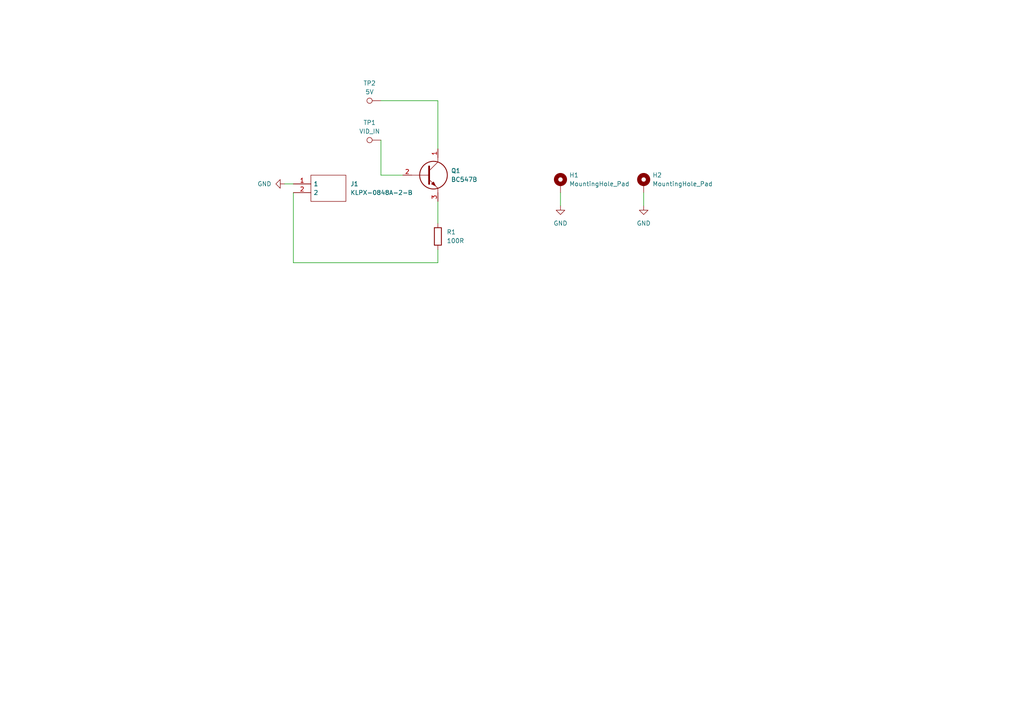
<source format=kicad_sch>
(kicad_sch (version 20230121) (generator eeschema)
  (paper "A4")
  (title_block (title "ZX Spectrum 48 Composite Mod") (date "2023-11-15") (rev "0"))
  (lib_symbols
    (symbol "Connector:TestPoint" (pin_numbers hide) (pin_names (offset 0.762) hide)
      (property "Reference" "TP" (at 0 6.858 0))
      (property "Value" "TestPoint" (at 0 5.08 0))
      (symbol "TestPoint_0_1"
        (circle (center 0 3.302) (radius 0.762))
      )
      (symbol "TestPoint_1_1"
        (pin passive line (at 0 0 90) (length 2.54) (name "1") (number "1"))
      )
    )
    (symbol "Device:R" (pin_numbers hide) (pin_names (offset 0))
      (property "Reference" "R" (at 2.032 0 90))
      (property "Value" "R" (at 0 0 90))
      (symbol "R_0_1"
        (rectangle (start -1.016 -2.54) (end 1.016 2.54) (stroke (width 0.254)))
      )
      (symbol "R_1_1"
        (pin passive line (at 0 3.81 270) (length 1.27) (name "~") (number "1"))
        (pin passive line (at 0 -3.81 90) (length 1.27) (name "~") (number "2"))
      )
    )
    (symbol "Mechanical:MountingHole_Pad" (pin_numbers hide) (pin_names (offset 1.016) hide)
      (property "Reference" "H" (at 0 6.35 0))
      (property "Value" "MountingHole_Pad" (at 0 4.445 0))
      (symbol "MountingHole_Pad_0_1"
        (circle (center 0 1.27) (radius 1.27) (stroke (width 1.27)))
      )
      (symbol "MountingHole_Pad_1_1"
        (pin input line (at 0 -2.54 90) (length 2.54) (name "1") (number "1"))
      )
    )
    (symbol "SamacSys_Parts:BC547B" (pin_names (offset 0.762))
      (property "Reference" "Q" (at 13.97 1.27 0))
      (property "Value" "BC547B" (at 13.97 -1.27 0))
      (symbol "BC547B_0_0"
        (pin passive line (at 10.16 7.62 270) (length 2.54) (name "~") (number "1"))
        (pin passive line (at 0 0 0) (length 2.54) (name "~") (number "2"))
        (pin passive line (at 10.16 -7.62 90) (length 2.54) (name "~") (number "3"))
      )
      (symbol "BC547B_0_1"
        (polyline (pts (xy 2.54 0) (xy 7.62 0)) (stroke (width 0.1524)))
        (polyline (pts (xy 7.62 -1.27) (xy 10.16 -3.81)) (stroke (width 0.1524)))
        (polyline (pts (xy 7.62 1.27) (xy 10.16 3.81)) (stroke (width 0.1524)))
        (polyline (pts (xy 7.62 2.54) (xy 7.62 -2.54)) (stroke (width 0.508)))
        (polyline (pts (xy 10.16 -3.81) (xy 10.16 -5.08)) (stroke (width 0.1524)))
        (polyline (pts (xy 10.16 3.81) (xy 10.16 5.08)) (stroke (width 0.1524)))
        (polyline (pts (xy 8.382 -2.54) (xy 8.89 -2.032) (xy 9.398 -3.048) (xy 8.382 -2.54)) (stroke (width 0.254)) (fill (type outline)))
        (circle (center 8.89 0) (radius 4.0132) (stroke (width 0.254)))
      )
    )
    (symbol "SamacSys_Parts:KLPX-0848A-2-B" (pin_names (offset 0.762))
      (property "Reference" "J" (at 16.51 7.62 0))
      (property "Value" "KLPX-0848A-2-B" (at 16.51 5.08 0))
      (symbol "KLPX-0848A-2-B_0_0"
        (pin passive line (at 0 0 0) (length 5.08) (name "1") (number "1"))
        (pin passive line (at 0 -2.54 0) (length 5.08) (name "2") (number "2"))
      )
      (symbol "KLPX-0848A-2-B_0_1"
        (polyline (pts (xy 5.08 2.54) (xy 15.24 2.54) (xy 15.24 -5.08) (xy 5.08 -5.08) (xy 5.08 2.54)) (stroke (width 0.1524)))
      )
    )
    (symbol "power:GND" (power) (pin_names (offset 0))
      (property "Value" "GND" (at 0 -3.81 0))
      (symbol "GND_0_1"
        (polyline (pts (xy 0 0) (xy 0 -1.27) (xy 1.27 -1.27) (xy 0 -2.54) (xy -1.27 -1.27) (xy 0 -1.27)))
      )
      (symbol "GND_1_1"
        (pin power_in line (at 0 0 270) (length 0) hide (name "GND") (number "1"))
      )
    )
  )
  (wire (pts (xy 162.56 55.88) (xy 162.56 59.69)))
  (wire (pts (xy 127 58.42) (xy 127 64.77)))
  (wire (pts (xy 186.69 55.88) (xy 186.69 59.69)))
  (wire (pts (xy 110.49 50.8) (xy 116.84 50.8)))
  (wire (pts (xy 110.49 40.64) (xy 110.49 50.8)))
  (wire (pts (xy 127 76.2) (xy 127 72.39)))
  (wire (pts (xy 82.55 53.34) (xy 85.09 53.34)))
  (wire (pts (xy 127 76.2) (xy 85.09 76.2)))
  (wire (pts (xy 127 43.18) (xy 127 29.21)))
  (wire (pts (xy 85.09 76.2) (xy 85.09 55.88)))
  (wire (pts (xy 127 29.21) (xy 110.49 29.21)))
  (symbol (lib_id "power:GND") (at 162.56 59.69 0) (unit 1)
    (property "Reference" "#PWR02" (effects hide))
    (property "Value" "GND" (at 162.56 64.77 0))
  )
  (symbol (lib_id "Connector:TestPoint") (at 110.49 29.21 90) (unit 1)
    (property "Reference" "TP2" (at 107.188 24.13 90))
    (property "Value" "5V" (at 107.188 26.67 90))
    (property "Footprint" "Connector_Pin:Pin_D0.7mm_L6.5mm_W1.8mm_FlatFork" (effects hide))
  )
  (symbol (lib_id "power:GND") (at 186.69 59.69 0) (unit 1)
    (property "Reference" "#PWR03" (effects hide))
    (property "Value" "GND" (at 186.69 64.77 0))
  )
  (symbol (lib_id "Connector:TestPoint") (at 110.49 40.64 90) (unit 1)
    (property "Reference" "TP1" (at 107.188 35.56 90))
    (property "Value" "VID_IN" (at 107.188 38.1 90))
    (property "Footprint" "Connector_Pin:Pin_D0.7mm_L6.5mm_W1.8mm_FlatFork" (effects hide))
  )
  (symbol (lib_id "Mechanical:MountingHole_Pad") (at 162.56 53.34 0) (unit 1) (in_bom no)
    (property "Reference" "H1" (at 165.1 50.8 0) (effects (justify left)))
    (property "Value" "MountingHole_Pad" (at 165.1 53.34 0) (effects (justify left)))
    (property "Footprint" "MountingHole:MountingHole_3.2mm_M3_Pad" (effects hide))
  )
  (symbol (lib_id "Device:R") (at 127 68.58 0) (unit 1)
    (property "Reference" "R1" (at 129.54 67.31 0) (effects (justify left)))
    (property "Value" "100R" (at 129.54 69.85 0) (effects (justify left)))
    (property "Footprint" "Resistor_THT:R_Axial_DIN0207_L6.3mm_D2.5mm_P10.16mm_Horizontal" (effects hide))
  )
  (symbol (lib_id "Mechanical:MountingHole_Pad") (at 186.69 53.34 0) (unit 1) (in_bom no)
    (property "Reference" "H2" (at 189.23 50.8 0) (effects (justify left)))
    (property "Value" "MountingHole_Pad" (at 189.23 53.34 0) (effects (justify left)))
    (property "Footprint" "MountingHole:MountingHole_3.2mm_M3_Pad" (effects hide))
  )
  (symbol (lib_id "SamacSys_Parts:KLPX-0848A-2-B") (at 85.09 53.34 0) (unit 1)
    (property "Reference" "J1" (at 101.6 53.34 0) (effects (justify left)))
    (property "Value" "KLPX-0848A-2-B" (at 101.6 55.88 0) (effects (justify left)))
    (property "Footprint" "SamacSys_Parts:KLPX0848A2B" (effects hide))
    (property "Datasheet" "https://datasheet.datasheetarchive.com/originals/distributors/Datasheets_SAMA/327a2bb56b23f83a2b35c0dc3d59ef5f.pdf" (effects hide))
    (property "Description" "RCA Phono Connectors PCB RIGHT ANGLE JACK BLACK" (effects hide))
    (property "Height" "13.25" (effects hide))
    (property "Mouser Part Number" "806-KLPX-0848A-2-B" (effects hide))
    (property "Mouser Price/Stock" "https://www.mouser.co.uk/ProductDetail/Kycon/KLPX-0848A-2-B?qs=DW0rB8NbuojxQjNZSoH7bw%3D%3D" (effects hide))
    (property "Manufacturer_Name" "Kycon" (effects hide))
    (property "Manufacturer_Part_Number" "KLPX-0848A-2-B" (effects hide))
  )
  (symbol (lib_id "SamacSys_Parts:BC547B") (at 116.84 50.8 0) (unit 1)
    (property "Reference" "Q1" (at 130.81 49.53 0) (effects (justify left)))
    (property "Value" "BC547B" (at 130.81 52.07 0) (effects (justify left)))
    (property "Footprint" "SamacSys_Parts:TO127P419X482X1041-3P" (effects hide))
    (property "Datasheet" "http://www.onsemi.com/pub/Collateral/BC546-D.PDF" (effects hide))
    (property "Description" "ER - Transistor, small signal," (effects hide))
    (property "Height" "4.19" (effects hide))
    (property "Mouser Part Number" "512-BC547B" (effects hide))
    (property "Mouser Price/Stock" "https://www.mouser.co.uk/ProductDetail/onsemi-Fairchild/BC547B?qs=UMEuL5FsraB3zD25tclGGQ%3D%3D" (effects hide))
    (property "Manufacturer_Name" "onsemi" (effects hide))
    (property "Manufacturer_Part_Number" "BC547B" (effects hide))
  )
  (symbol (lib_id "power:GND") (at 82.55 53.34 270) (unit 1)
    (property "Reference" "#PWR01" (effects hide))
    (property "Value" "GND" (at 78.74 53.34 90) (effects (justify right)))
  )
)
</source>
